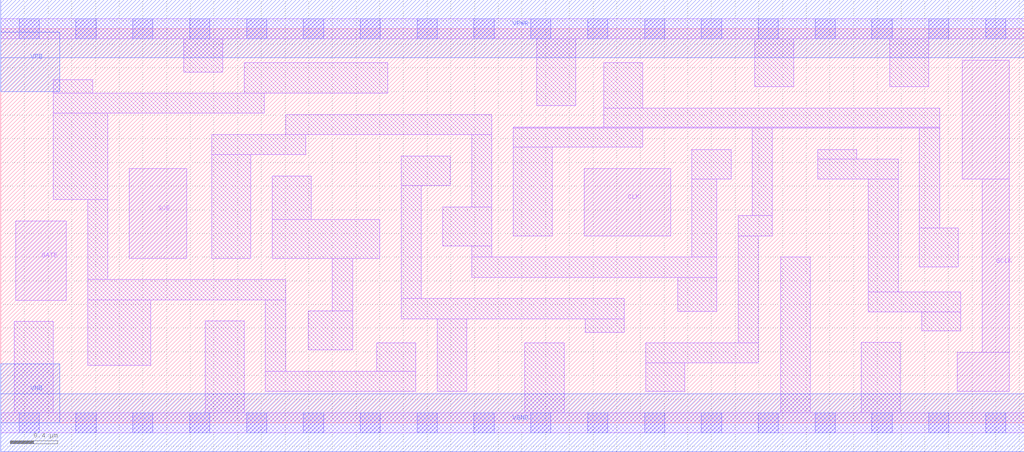
<source format=lef>
# Copyright 2020 The SkyWater PDK Authors
#
# Licensed under the Apache License, Version 2.0 (the "License");
# you may not use this file except in compliance with the License.
# You may obtain a copy of the License at
#
#     https://www.apache.org/licenses/LICENSE-2.0
#
# Unless required by applicable law or agreed to in writing, software
# distributed under the License is distributed on an "AS IS" BASIS,
# WITHOUT WARRANTIES OR CONDITIONS OF ANY KIND, either express or implied.
# See the License for the specific language governing permissions and
# limitations under the License.
#
# SPDX-License-Identifier: Apache-2.0

VERSION 5.5 ;
NAMESCASESENSITIVE ON ;
BUSBITCHARS "[]" ;
DIVIDERCHAR "/" ;
MACRO sky130_fd_sc_lp__sdlclkp_lp
  CLASS CORE ;
  SOURCE USER ;
  ORIGIN  0.000000  0.000000 ;
  SIZE  8.640000 BY  3.330000 ;
  SYMMETRY X Y R90 ;
  SITE unit ;
  PIN GATE
    ANTENNAGATEAREA  0.376000 ;
    DIRECTION INPUT ;
    USE SIGNAL ;
    PORT
      LAYER li1 ;
        RECT 0.125000 1.035000 0.555000 1.705000 ;
    END
  END GATE
  PIN GCLK
    ANTENNADIFFAREA  0.404700 ;
    DIRECTION OUTPUT ;
    USE SIGNAL ;
    PORT
      LAYER li1 ;
        RECT 8.075000 0.265000 8.515000 0.595000 ;
        RECT 8.115000 2.060000 8.515000 3.065000 ;
        RECT 8.285000 0.595000 8.515000 2.060000 ;
    END
  END GCLK
  PIN SCE
    ANTENNAGATEAREA  0.376000 ;
    DIRECTION INPUT ;
    USE SIGNAL ;
    PORT
      LAYER li1 ;
        RECT 1.085000 1.390000 1.570000 2.150000 ;
    END
  END SCE
  PIN CLK
    ANTENNAGATEAREA  0.689000 ;
    DIRECTION INPUT ;
    USE CLOCK ;
    PORT
      LAYER li1 ;
        RECT 4.925000 1.580000 5.655000 2.150000 ;
    END
  END CLK
  PIN VGND
    DIRECTION INOUT ;
    USE GROUND ;
    PORT
      LAYER met1 ;
        RECT 0.000000 -0.245000 8.640000 0.245000 ;
    END
  END VGND
  PIN VNB
    DIRECTION INOUT ;
    USE GROUND ;
    PORT
    END
  END VNB
  PIN VPB
    DIRECTION INOUT ;
    USE POWER ;
    PORT
    END
  END VPB
  PIN VNB
    DIRECTION INOUT ;
    USE GROUND ;
    PORT
      LAYER met1 ;
        RECT 0.000000 0.000000 0.500000 0.500000 ;
    END
  END VNB
  PIN VPB
    DIRECTION INOUT ;
    USE POWER ;
    PORT
      LAYER met1 ;
        RECT 0.000000 2.800000 0.500000 3.300000 ;
    END
  END VPB
  PIN VPWR
    DIRECTION INOUT ;
    USE POWER ;
    PORT
      LAYER met1 ;
        RECT 0.000000 3.085000 8.640000 3.575000 ;
    END
  END VPWR
  OBS
    LAYER li1 ;
      RECT 0.000000 -0.085000 8.640000 0.085000 ;
      RECT 0.000000  3.245000 8.640000 3.415000 ;
      RECT 0.115000  0.085000 0.445000 0.855000 ;
      RECT 0.445000  1.885000 0.905000 2.615000 ;
      RECT 0.445000  2.615000 2.225000 2.785000 ;
      RECT 0.445000  2.785000 0.775000 2.900000 ;
      RECT 0.735000  0.485000 1.265000 1.040000 ;
      RECT 0.735000  1.040000 2.405000 1.210000 ;
      RECT 0.735000  1.210000 0.905000 1.885000 ;
      RECT 1.545000  2.965000 1.875000 3.245000 ;
      RECT 1.725000  0.085000 2.055000 0.860000 ;
      RECT 1.780000  1.390000 2.110000 2.265000 ;
      RECT 1.780000  2.265000 2.575000 2.435000 ;
      RECT 2.055000  2.785000 3.265000 3.045000 ;
      RECT 2.235000  0.265000 3.505000 0.435000 ;
      RECT 2.235000  0.435000 2.405000 1.040000 ;
      RECT 2.290000  1.390000 3.200000 1.720000 ;
      RECT 2.290000  1.720000 2.620000 2.085000 ;
      RECT 2.405000  2.435000 4.145000 2.605000 ;
      RECT 2.595000  0.615000 2.970000 0.945000 ;
      RECT 2.800000  0.945000 2.970000 1.390000 ;
      RECT 3.175000  0.435000 3.505000 0.675000 ;
      RECT 3.380000  0.880000 5.265000 1.050000 ;
      RECT 3.380000  1.050000 3.550000 2.005000 ;
      RECT 3.380000  2.005000 3.795000 2.255000 ;
      RECT 3.685000  0.265000 3.935000 0.880000 ;
      RECT 3.730000  1.495000 4.145000 1.825000 ;
      RECT 3.975000  1.230000 6.045000 1.400000 ;
      RECT 3.975000  1.400000 4.145000 1.495000 ;
      RECT 3.975000  1.825000 4.145000 2.435000 ;
      RECT 4.325000  1.580000 4.655000 2.330000 ;
      RECT 4.325000  2.330000 5.420000 2.490000 ;
      RECT 4.325000  2.490000 7.925000 2.500000 ;
      RECT 4.425000  0.085000 4.755000 0.675000 ;
      RECT 4.525000  2.680000 4.855000 3.245000 ;
      RECT 4.935000  0.765000 5.265000 0.880000 ;
      RECT 5.090000  2.500000 7.925000 2.660000 ;
      RECT 5.090000  2.660000 5.420000 3.045000 ;
      RECT 5.445000  0.265000 5.775000 0.505000 ;
      RECT 5.445000  0.505000 6.395000 0.675000 ;
      RECT 5.715000  0.940000 6.045000 1.230000 ;
      RECT 5.835000  1.400000 6.045000 2.060000 ;
      RECT 5.835000  2.060000 6.165000 2.310000 ;
      RECT 6.225000  0.675000 6.395000 1.580000 ;
      RECT 6.225000  1.580000 6.515000 1.750000 ;
      RECT 6.345000  1.750000 6.515000 2.490000 ;
      RECT 6.365000  2.840000 6.695000 3.245000 ;
      RECT 6.585000  0.085000 6.835000 1.400000 ;
      RECT 6.895000  2.060000 7.575000 2.230000 ;
      RECT 6.895000  2.230000 7.225000 2.310000 ;
      RECT 7.265000  0.085000 7.595000 0.680000 ;
      RECT 7.325000  0.935000 8.105000 1.105000 ;
      RECT 7.325000  1.105000 7.575000 2.060000 ;
      RECT 7.505000  2.840000 7.835000 3.245000 ;
      RECT 7.755000  1.315000 8.085000 1.645000 ;
      RECT 7.755000  1.645000 7.925000 2.490000 ;
      RECT 7.775000  0.775000 8.105000 0.935000 ;
    LAYER mcon ;
      RECT 0.155000 -0.085000 0.325000 0.085000 ;
      RECT 0.155000  3.245000 0.325000 3.415000 ;
      RECT 0.635000 -0.085000 0.805000 0.085000 ;
      RECT 0.635000  3.245000 0.805000 3.415000 ;
      RECT 1.115000 -0.085000 1.285000 0.085000 ;
      RECT 1.115000  3.245000 1.285000 3.415000 ;
      RECT 1.595000 -0.085000 1.765000 0.085000 ;
      RECT 1.595000  3.245000 1.765000 3.415000 ;
      RECT 2.075000 -0.085000 2.245000 0.085000 ;
      RECT 2.075000  3.245000 2.245000 3.415000 ;
      RECT 2.555000 -0.085000 2.725000 0.085000 ;
      RECT 2.555000  3.245000 2.725000 3.415000 ;
      RECT 3.035000 -0.085000 3.205000 0.085000 ;
      RECT 3.035000  3.245000 3.205000 3.415000 ;
      RECT 3.515000 -0.085000 3.685000 0.085000 ;
      RECT 3.515000  3.245000 3.685000 3.415000 ;
      RECT 3.995000 -0.085000 4.165000 0.085000 ;
      RECT 3.995000  3.245000 4.165000 3.415000 ;
      RECT 4.475000 -0.085000 4.645000 0.085000 ;
      RECT 4.475000  3.245000 4.645000 3.415000 ;
      RECT 4.955000 -0.085000 5.125000 0.085000 ;
      RECT 4.955000  3.245000 5.125000 3.415000 ;
      RECT 5.435000 -0.085000 5.605000 0.085000 ;
      RECT 5.435000  3.245000 5.605000 3.415000 ;
      RECT 5.915000 -0.085000 6.085000 0.085000 ;
      RECT 5.915000  3.245000 6.085000 3.415000 ;
      RECT 6.395000 -0.085000 6.565000 0.085000 ;
      RECT 6.395000  3.245000 6.565000 3.415000 ;
      RECT 6.875000 -0.085000 7.045000 0.085000 ;
      RECT 6.875000  3.245000 7.045000 3.415000 ;
      RECT 7.355000 -0.085000 7.525000 0.085000 ;
      RECT 7.355000  3.245000 7.525000 3.415000 ;
      RECT 7.835000 -0.085000 8.005000 0.085000 ;
      RECT 7.835000  3.245000 8.005000 3.415000 ;
      RECT 8.315000 -0.085000 8.485000 0.085000 ;
      RECT 8.315000  3.245000 8.485000 3.415000 ;
  END
END sky130_fd_sc_lp__sdlclkp_lp
END LIBRARY

</source>
